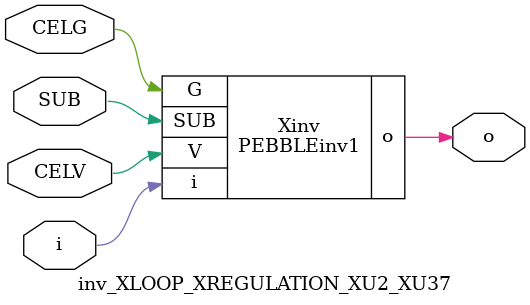
<source format=v>



module PEBBLEinv1 ( o, G, SUB, V, i );

  input V;
  input i;
  input G;
  output o;
  input SUB;
endmodule

//Celera Confidential Do Not Copy inv_XLOOP_XREGULATION_XU2_XU37
//Celera Confidential Symbol Generator
//5V Inverter
module inv_XLOOP_XREGULATION_XU2_XU37 (CELV,CELG,i,o,SUB);
input CELV;
input CELG;
input i;
input SUB;
output o;

//Celera Confidential Do Not Copy inv
PEBBLEinv1 Xinv(
.V (CELV),
.i (i),
.o (o),
.SUB (SUB),
.G (CELG)
);
//,diesize,PEBBLEinv1

//Celera Confidential Do Not Copy Module End
//Celera Schematic Generator
endmodule

</source>
